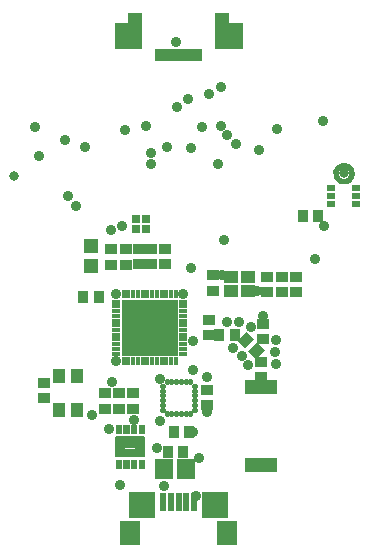
<source format=gts>
G75*
%MOIN*%
%OFA0B0*%
%FSLAX25Y25*%
%IPPOS*%
%LPD*%
%AMOC8*
5,1,8,0,0,1.08239X$1,22.5*
%
%ADD10R,0.03556X0.04343*%
%ADD11R,0.04343X0.03556*%
%ADD12R,0.02769X0.01587*%
%ADD13R,0.01587X0.02769*%
%ADD14R,0.18910X0.18910*%
%ADD15R,0.05131X0.04737*%
%ADD16R,0.05918X0.06706*%
%ADD17C,0.00710*%
%ADD18C,0.00198*%
%ADD19R,0.04343X0.04737*%
%ADD20R,0.10800X0.04800*%
%ADD21R,0.02572X0.02572*%
%ADD22R,0.04540X0.04146*%
%ADD23R,0.09068X0.08674*%
%ADD24R,0.07099X0.08280*%
%ADD25R,0.02375X0.06115*%
%ADD26C,0.01587*%
%ADD27R,0.01981X0.03950*%
%ADD28R,0.04528X0.08661*%
%ADD29R,0.05118X0.12008*%
%ADD30C,0.03162*%
%ADD31R,0.03162X0.02375*%
%ADD32C,0.01772*%
%ADD33R,0.01194X0.01194*%
%ADD34C,0.02781*%
%ADD35C,0.03581*%
%ADD36C,0.02780*%
%ADD37C,0.03580*%
D10*
X0088541Y0071550D03*
X0093659Y0071550D03*
G36*
X0101233Y0069220D02*
X0103748Y0066705D01*
X0100679Y0063636D01*
X0098164Y0066151D01*
X0101233Y0069220D01*
G37*
G36*
X0097614Y0072839D02*
X0100129Y0070324D01*
X0097060Y0067255D01*
X0094545Y0069770D01*
X0097614Y0072839D01*
G37*
X0043241Y0084350D03*
X0048359Y0084350D03*
X0078559Y0039333D03*
X0073441Y0039333D03*
X0076559Y0032750D03*
X0071441Y0032750D03*
X0121559Y0111500D03*
X0116441Y0111500D03*
D11*
X0085000Y0076709D03*
X0085000Y0071591D03*
X0109400Y0091009D03*
X0109400Y0085891D03*
X0114300Y0091009D03*
X0114300Y0085891D03*
X0104400Y0085891D03*
X0104400Y0091009D03*
X0086400Y0091609D03*
X0086400Y0086491D03*
X0057350Y0100259D03*
X0057350Y0095141D03*
X0052550Y0100259D03*
X0052550Y0095141D03*
X0059700Y0052209D03*
X0059700Y0047091D03*
X0050600Y0052209D03*
X0050600Y0047091D03*
X0055100Y0052209D03*
X0055100Y0047091D03*
X0030000Y0050691D03*
X0030000Y0055809D03*
X0070550Y0095191D03*
X0070550Y0100309D03*
X0061650Y0095191D03*
X0061650Y0100309D03*
X0065950Y0095241D03*
X0065950Y0100359D03*
X0102500Y0062809D03*
X0102500Y0057691D03*
X0103100Y0075309D03*
X0103100Y0070191D03*
X0084500Y0053309D03*
X0084500Y0048191D03*
D12*
X0054180Y0082811D03*
X0054180Y0081237D03*
X0054180Y0079662D03*
X0054180Y0078087D03*
X0054180Y0076512D03*
X0054180Y0074937D03*
X0054180Y0073363D03*
X0054180Y0071788D03*
X0054180Y0070213D03*
X0054180Y0068638D03*
X0054180Y0067063D03*
X0054180Y0065489D03*
X0076620Y0065489D03*
X0076620Y0067063D03*
X0076620Y0068638D03*
X0076620Y0070213D03*
X0076620Y0071788D03*
X0076620Y0073363D03*
X0076620Y0074937D03*
X0076620Y0076512D03*
X0076620Y0078087D03*
X0076620Y0079662D03*
X0076620Y0081237D03*
X0076620Y0082811D03*
D13*
X0056739Y0062930D03*
X0058313Y0062930D03*
X0059888Y0062930D03*
X0061463Y0062930D03*
X0063038Y0062930D03*
X0064613Y0062930D03*
X0066187Y0062930D03*
X0067762Y0062930D03*
X0069337Y0062930D03*
X0070912Y0062930D03*
X0072487Y0062930D03*
X0074061Y0062930D03*
X0074061Y0085370D03*
X0072487Y0085370D03*
X0070912Y0085370D03*
X0069337Y0085370D03*
X0067762Y0085370D03*
X0066187Y0085370D03*
X0064613Y0085370D03*
X0063038Y0085370D03*
X0061463Y0085370D03*
X0059888Y0085370D03*
X0058313Y0085370D03*
X0056739Y0085370D03*
D14*
X0065400Y0074150D03*
D15*
X0045850Y0094654D03*
X0045850Y0101346D03*
D16*
X0077640Y0027050D03*
X0070160Y0027050D03*
D17*
X0063569Y0037744D02*
X0063569Y0031356D01*
X0054031Y0031356D01*
X0054031Y0037744D01*
X0063569Y0037744D01*
X0063569Y0032065D02*
X0054031Y0032065D01*
X0054031Y0032774D02*
X0063569Y0032774D01*
X0063569Y0033483D02*
X0054031Y0033483D01*
X0054031Y0034192D02*
X0063569Y0034192D01*
X0063569Y0034901D02*
X0054031Y0034901D01*
X0054031Y0035610D02*
X0063569Y0035610D01*
X0063569Y0036319D02*
X0054031Y0036319D01*
X0054031Y0037028D02*
X0063569Y0037028D01*
X0063569Y0037737D02*
X0054031Y0037737D01*
D18*
X0055852Y0029929D02*
X0055852Y0027359D01*
X0054070Y0027359D01*
X0054070Y0029929D01*
X0055852Y0029929D01*
X0055852Y0027556D02*
X0054070Y0027556D01*
X0054070Y0027753D02*
X0055852Y0027753D01*
X0055852Y0027950D02*
X0054070Y0027950D01*
X0054070Y0028147D02*
X0055852Y0028147D01*
X0055852Y0028344D02*
X0054070Y0028344D01*
X0054070Y0028541D02*
X0055852Y0028541D01*
X0055852Y0028738D02*
X0054070Y0028738D01*
X0054070Y0028935D02*
X0055852Y0028935D01*
X0055852Y0029132D02*
X0054070Y0029132D01*
X0054070Y0029329D02*
X0055852Y0029329D01*
X0055852Y0029526D02*
X0054070Y0029526D01*
X0054070Y0029723D02*
X0055852Y0029723D01*
X0055852Y0029920D02*
X0054070Y0029920D01*
X0058411Y0029929D02*
X0058411Y0027359D01*
X0056629Y0027359D01*
X0056629Y0029929D01*
X0058411Y0029929D01*
X0058411Y0027556D02*
X0056629Y0027556D01*
X0056629Y0027753D02*
X0058411Y0027753D01*
X0058411Y0027950D02*
X0056629Y0027950D01*
X0056629Y0028147D02*
X0058411Y0028147D01*
X0058411Y0028344D02*
X0056629Y0028344D01*
X0056629Y0028541D02*
X0058411Y0028541D01*
X0058411Y0028738D02*
X0056629Y0028738D01*
X0056629Y0028935D02*
X0058411Y0028935D01*
X0058411Y0029132D02*
X0056629Y0029132D01*
X0056629Y0029329D02*
X0058411Y0029329D01*
X0058411Y0029526D02*
X0056629Y0029526D01*
X0056629Y0029723D02*
X0058411Y0029723D01*
X0058411Y0029920D02*
X0056629Y0029920D01*
X0060971Y0029929D02*
X0060971Y0027359D01*
X0059189Y0027359D01*
X0059189Y0029929D01*
X0060971Y0029929D01*
X0060971Y0027556D02*
X0059189Y0027556D01*
X0059189Y0027753D02*
X0060971Y0027753D01*
X0060971Y0027950D02*
X0059189Y0027950D01*
X0059189Y0028147D02*
X0060971Y0028147D01*
X0060971Y0028344D02*
X0059189Y0028344D01*
X0059189Y0028541D02*
X0060971Y0028541D01*
X0060971Y0028738D02*
X0059189Y0028738D01*
X0059189Y0028935D02*
X0060971Y0028935D01*
X0060971Y0029132D02*
X0059189Y0029132D01*
X0059189Y0029329D02*
X0060971Y0029329D01*
X0060971Y0029526D02*
X0059189Y0029526D01*
X0059189Y0029723D02*
X0060971Y0029723D01*
X0060971Y0029920D02*
X0059189Y0029920D01*
X0063530Y0029929D02*
X0063530Y0027359D01*
X0061748Y0027359D01*
X0061748Y0029929D01*
X0063530Y0029929D01*
X0063530Y0027556D02*
X0061748Y0027556D01*
X0061748Y0027753D02*
X0063530Y0027753D01*
X0063530Y0027950D02*
X0061748Y0027950D01*
X0061748Y0028147D02*
X0063530Y0028147D01*
X0063530Y0028344D02*
X0061748Y0028344D01*
X0061748Y0028541D02*
X0063530Y0028541D01*
X0063530Y0028738D02*
X0061748Y0028738D01*
X0061748Y0028935D02*
X0063530Y0028935D01*
X0063530Y0029132D02*
X0061748Y0029132D01*
X0061748Y0029329D02*
X0063530Y0029329D01*
X0063530Y0029526D02*
X0061748Y0029526D01*
X0061748Y0029723D02*
X0063530Y0029723D01*
X0063530Y0029920D02*
X0061748Y0029920D01*
X0063530Y0041741D02*
X0063530Y0039171D01*
X0061748Y0039171D01*
X0061748Y0041741D01*
X0063530Y0041741D01*
X0063530Y0039368D02*
X0061748Y0039368D01*
X0061748Y0039565D02*
X0063530Y0039565D01*
X0063530Y0039762D02*
X0061748Y0039762D01*
X0061748Y0039959D02*
X0063530Y0039959D01*
X0063530Y0040156D02*
X0061748Y0040156D01*
X0061748Y0040353D02*
X0063530Y0040353D01*
X0063530Y0040550D02*
X0061748Y0040550D01*
X0061748Y0040747D02*
X0063530Y0040747D01*
X0063530Y0040944D02*
X0061748Y0040944D01*
X0061748Y0041141D02*
X0063530Y0041141D01*
X0063530Y0041338D02*
X0061748Y0041338D01*
X0061748Y0041535D02*
X0063530Y0041535D01*
X0063530Y0041732D02*
X0061748Y0041732D01*
X0060971Y0041741D02*
X0060971Y0039171D01*
X0059189Y0039171D01*
X0059189Y0041741D01*
X0060971Y0041741D01*
X0060971Y0039368D02*
X0059189Y0039368D01*
X0059189Y0039565D02*
X0060971Y0039565D01*
X0060971Y0039762D02*
X0059189Y0039762D01*
X0059189Y0039959D02*
X0060971Y0039959D01*
X0060971Y0040156D02*
X0059189Y0040156D01*
X0059189Y0040353D02*
X0060971Y0040353D01*
X0060971Y0040550D02*
X0059189Y0040550D01*
X0059189Y0040747D02*
X0060971Y0040747D01*
X0060971Y0040944D02*
X0059189Y0040944D01*
X0059189Y0041141D02*
X0060971Y0041141D01*
X0060971Y0041338D02*
X0059189Y0041338D01*
X0059189Y0041535D02*
X0060971Y0041535D01*
X0060971Y0041732D02*
X0059189Y0041732D01*
X0058411Y0041741D02*
X0058411Y0039171D01*
X0056629Y0039171D01*
X0056629Y0041741D01*
X0058411Y0041741D01*
X0058411Y0039368D02*
X0056629Y0039368D01*
X0056629Y0039565D02*
X0058411Y0039565D01*
X0058411Y0039762D02*
X0056629Y0039762D01*
X0056629Y0039959D02*
X0058411Y0039959D01*
X0058411Y0040156D02*
X0056629Y0040156D01*
X0056629Y0040353D02*
X0058411Y0040353D01*
X0058411Y0040550D02*
X0056629Y0040550D01*
X0056629Y0040747D02*
X0058411Y0040747D01*
X0058411Y0040944D02*
X0056629Y0040944D01*
X0056629Y0041141D02*
X0058411Y0041141D01*
X0058411Y0041338D02*
X0056629Y0041338D01*
X0056629Y0041535D02*
X0058411Y0041535D01*
X0058411Y0041732D02*
X0056629Y0041732D01*
X0055852Y0041741D02*
X0055852Y0039171D01*
X0054070Y0039171D01*
X0054070Y0041741D01*
X0055852Y0041741D01*
X0055852Y0039368D02*
X0054070Y0039368D01*
X0054070Y0039565D02*
X0055852Y0039565D01*
X0055852Y0039762D02*
X0054070Y0039762D01*
X0054070Y0039959D02*
X0055852Y0039959D01*
X0055852Y0040156D02*
X0054070Y0040156D01*
X0054070Y0040353D02*
X0055852Y0040353D01*
X0055852Y0040550D02*
X0054070Y0040550D01*
X0054070Y0040747D02*
X0055852Y0040747D01*
X0055852Y0040944D02*
X0054070Y0040944D01*
X0054070Y0041141D02*
X0055852Y0041141D01*
X0055852Y0041338D02*
X0054070Y0041338D01*
X0054070Y0041535D02*
X0055852Y0041535D01*
X0055852Y0041732D02*
X0054070Y0041732D01*
D19*
X0035147Y0046641D03*
X0041053Y0046641D03*
X0041053Y0058059D03*
X0035147Y0058059D03*
D20*
X0102500Y0054250D03*
X0102500Y0028250D03*
D21*
X0060827Y0110223D03*
X0064173Y0110223D03*
X0064173Y0106877D03*
X0060827Y0106877D03*
D22*
X0092346Y0086486D03*
X0098054Y0086486D03*
X0098054Y0091014D03*
X0092346Y0091014D03*
D23*
X0062795Y0014852D03*
X0087205Y0014852D03*
D24*
X0058858Y0005600D03*
X0091142Y0005600D03*
D25*
X0069882Y0016131D03*
X0072441Y0016131D03*
X0075000Y0016131D03*
X0077559Y0016131D03*
X0080118Y0016131D03*
D26*
X0069882Y0054687D02*
X0069882Y0054687D01*
X0069488Y0054687D01*
X0069488Y0054687D01*
X0069882Y0054687D01*
X0069882Y0053112D02*
X0069882Y0053112D01*
X0069488Y0053112D01*
X0069488Y0053112D01*
X0069882Y0053112D01*
X0069882Y0051537D02*
X0069882Y0051537D01*
X0069488Y0051537D01*
X0069488Y0051537D01*
X0069882Y0051537D01*
X0069882Y0049963D02*
X0069882Y0049963D01*
X0069488Y0049963D01*
X0069488Y0049963D01*
X0069882Y0049963D01*
X0069882Y0048388D02*
X0069882Y0048388D01*
X0069488Y0048388D01*
X0069488Y0048388D01*
X0069882Y0048388D01*
X0069882Y0046813D02*
X0069882Y0046813D01*
X0069488Y0046813D01*
X0069488Y0046813D01*
X0069882Y0046813D01*
X0071063Y0045238D02*
X0071063Y0045238D01*
X0071063Y0045632D01*
X0071063Y0045632D01*
X0071063Y0045238D01*
X0072638Y0045238D02*
X0072638Y0045238D01*
X0072638Y0045632D01*
X0072638Y0045632D01*
X0072638Y0045238D01*
X0074213Y0045238D02*
X0074213Y0045238D01*
X0074213Y0045632D01*
X0074213Y0045632D01*
X0074213Y0045238D01*
X0075787Y0045238D02*
X0075787Y0045238D01*
X0075787Y0045632D01*
X0075787Y0045632D01*
X0075787Y0045238D01*
X0077362Y0045238D02*
X0077362Y0045238D01*
X0077362Y0045632D01*
X0077362Y0045632D01*
X0077362Y0045238D01*
X0078937Y0045238D02*
X0078937Y0045238D01*
X0078937Y0045632D01*
X0078937Y0045632D01*
X0078937Y0045238D01*
X0080512Y0046813D02*
X0080512Y0046813D01*
X0080118Y0046813D01*
X0080118Y0046813D01*
X0080512Y0046813D01*
X0080512Y0048388D02*
X0080512Y0048388D01*
X0080118Y0048388D01*
X0080118Y0048388D01*
X0080512Y0048388D01*
X0080512Y0049963D02*
X0080512Y0049963D01*
X0080118Y0049963D01*
X0080118Y0049963D01*
X0080512Y0049963D01*
X0080512Y0051537D02*
X0080512Y0051537D01*
X0080118Y0051537D01*
X0080118Y0051537D01*
X0080512Y0051537D01*
X0080512Y0053112D02*
X0080512Y0053112D01*
X0080118Y0053112D01*
X0080118Y0053112D01*
X0080512Y0053112D01*
X0080512Y0054687D02*
X0080512Y0054687D01*
X0080118Y0054687D01*
X0080118Y0054687D01*
X0080512Y0054687D01*
X0078937Y0056262D02*
X0078937Y0056262D01*
X0078937Y0055868D01*
X0078937Y0055868D01*
X0078937Y0056262D01*
X0077362Y0055868D02*
X0077362Y0055868D01*
X0077362Y0056262D01*
X0077362Y0056262D01*
X0077362Y0055868D01*
X0075787Y0055868D02*
X0075787Y0055868D01*
X0075787Y0056262D01*
X0075787Y0056262D01*
X0075787Y0055868D01*
X0074213Y0055868D02*
X0074213Y0055868D01*
X0074213Y0056262D01*
X0074213Y0056262D01*
X0074213Y0055868D01*
X0072638Y0055868D02*
X0072638Y0055868D01*
X0072638Y0056262D01*
X0072638Y0056262D01*
X0072638Y0055868D01*
X0071063Y0055868D02*
X0071063Y0055868D01*
X0071063Y0056262D01*
X0071063Y0056262D01*
X0071063Y0055868D01*
D27*
X0081890Y0165157D03*
X0079921Y0165157D03*
X0077953Y0165157D03*
X0075984Y0165157D03*
X0074016Y0165157D03*
X0072047Y0165157D03*
X0070079Y0165157D03*
X0068110Y0165157D03*
D28*
X0056004Y0171457D03*
X0093996Y0171457D03*
D29*
X0060630Y0173130D03*
X0089370Y0173130D03*
D30*
X0020000Y0124579D03*
X0130000Y0125579D03*
D31*
X0125768Y0120559D03*
X0125768Y0118000D03*
X0125768Y0115441D03*
X0134232Y0115441D03*
X0134232Y0118000D03*
X0134232Y0120559D03*
D32*
X0127343Y0125579D02*
X0127345Y0125682D01*
X0127351Y0125785D01*
X0127361Y0125887D01*
X0127375Y0125990D01*
X0127393Y0126091D01*
X0127415Y0126192D01*
X0127440Y0126292D01*
X0127470Y0126390D01*
X0127503Y0126488D01*
X0127540Y0126584D01*
X0127581Y0126678D01*
X0127626Y0126771D01*
X0127674Y0126863D01*
X0127725Y0126952D01*
X0127780Y0127039D01*
X0127838Y0127124D01*
X0127900Y0127207D01*
X0127965Y0127287D01*
X0128032Y0127365D01*
X0128103Y0127439D01*
X0128177Y0127512D01*
X0128253Y0127581D01*
X0128332Y0127647D01*
X0128413Y0127710D01*
X0128497Y0127770D01*
X0128583Y0127827D01*
X0128671Y0127880D01*
X0128762Y0127930D01*
X0128854Y0127976D01*
X0128948Y0128019D01*
X0129043Y0128058D01*
X0129140Y0128093D01*
X0129238Y0128124D01*
X0129337Y0128152D01*
X0129438Y0128176D01*
X0129539Y0128196D01*
X0129640Y0128212D01*
X0129743Y0128224D01*
X0129846Y0128232D01*
X0129948Y0128236D01*
X0130052Y0128236D01*
X0130154Y0128232D01*
X0130257Y0128224D01*
X0130360Y0128212D01*
X0130461Y0128196D01*
X0130562Y0128176D01*
X0130663Y0128152D01*
X0130762Y0128124D01*
X0130860Y0128093D01*
X0130957Y0128058D01*
X0131052Y0128019D01*
X0131146Y0127976D01*
X0131238Y0127930D01*
X0131328Y0127880D01*
X0131417Y0127827D01*
X0131503Y0127770D01*
X0131587Y0127710D01*
X0131668Y0127647D01*
X0131747Y0127581D01*
X0131823Y0127512D01*
X0131897Y0127439D01*
X0131968Y0127365D01*
X0132035Y0127287D01*
X0132100Y0127207D01*
X0132162Y0127124D01*
X0132220Y0127039D01*
X0132275Y0126952D01*
X0132326Y0126863D01*
X0132374Y0126771D01*
X0132419Y0126678D01*
X0132460Y0126584D01*
X0132497Y0126488D01*
X0132530Y0126390D01*
X0132560Y0126292D01*
X0132585Y0126192D01*
X0132607Y0126091D01*
X0132625Y0125990D01*
X0132639Y0125887D01*
X0132649Y0125785D01*
X0132655Y0125682D01*
X0132657Y0125579D01*
X0132655Y0125476D01*
X0132649Y0125373D01*
X0132639Y0125271D01*
X0132625Y0125168D01*
X0132607Y0125067D01*
X0132585Y0124966D01*
X0132560Y0124866D01*
X0132530Y0124768D01*
X0132497Y0124670D01*
X0132460Y0124574D01*
X0132419Y0124480D01*
X0132374Y0124387D01*
X0132326Y0124295D01*
X0132275Y0124206D01*
X0132220Y0124119D01*
X0132162Y0124034D01*
X0132100Y0123951D01*
X0132035Y0123871D01*
X0131968Y0123793D01*
X0131897Y0123719D01*
X0131823Y0123646D01*
X0131747Y0123577D01*
X0131668Y0123511D01*
X0131587Y0123448D01*
X0131503Y0123388D01*
X0131417Y0123331D01*
X0131329Y0123278D01*
X0131238Y0123228D01*
X0131146Y0123182D01*
X0131052Y0123139D01*
X0130957Y0123100D01*
X0130860Y0123065D01*
X0130762Y0123034D01*
X0130663Y0123006D01*
X0130562Y0122982D01*
X0130461Y0122962D01*
X0130360Y0122946D01*
X0130257Y0122934D01*
X0130154Y0122926D01*
X0130052Y0122922D01*
X0129948Y0122922D01*
X0129846Y0122926D01*
X0129743Y0122934D01*
X0129640Y0122946D01*
X0129539Y0122962D01*
X0129438Y0122982D01*
X0129337Y0123006D01*
X0129238Y0123034D01*
X0129140Y0123065D01*
X0129043Y0123100D01*
X0128948Y0123139D01*
X0128854Y0123182D01*
X0128762Y0123228D01*
X0128672Y0123278D01*
X0128583Y0123331D01*
X0128497Y0123388D01*
X0128413Y0123448D01*
X0128332Y0123511D01*
X0128253Y0123577D01*
X0128177Y0123646D01*
X0128103Y0123719D01*
X0128032Y0123793D01*
X0127965Y0123871D01*
X0127900Y0123951D01*
X0127838Y0124034D01*
X0127780Y0124119D01*
X0127725Y0124206D01*
X0127674Y0124295D01*
X0127626Y0124387D01*
X0127581Y0124480D01*
X0127540Y0124574D01*
X0127503Y0124670D01*
X0127470Y0124768D01*
X0127440Y0124866D01*
X0127415Y0124966D01*
X0127393Y0125067D01*
X0127375Y0125168D01*
X0127361Y0125271D01*
X0127351Y0125373D01*
X0127345Y0125476D01*
X0127343Y0125579D01*
D33*
X0130000Y0128236D03*
X0130000Y0122724D03*
X0132756Y0125480D03*
X0127244Y0125874D03*
D34*
X0052900Y0056050D03*
X0061800Y0036150D03*
X0061800Y0033050D03*
X0063000Y0076750D03*
X0068000Y0076750D03*
X0063000Y0071750D03*
X0068000Y0071750D03*
X0089400Y0091550D03*
X0101200Y0086450D03*
X0103100Y0078150D03*
X0081900Y0030650D03*
X0084500Y0057750D03*
X0079900Y0039350D03*
X0055800Y0033050D03*
X0093000Y0067250D03*
X0096000Y0064750D03*
X0098000Y0061750D03*
X0054300Y0085250D03*
X0076600Y0085250D03*
X0054000Y0062850D03*
X0051900Y0040450D03*
X0068900Y0043050D03*
X0084500Y0046050D03*
X0068700Y0057150D03*
X0067700Y0033950D03*
X0079900Y0060050D03*
X0079900Y0069750D03*
X0060100Y0043450D03*
X0046200Y0045150D03*
D35*
X0052900Y0056050D03*
X0061800Y0036150D03*
X0061800Y0033050D03*
X0063000Y0076750D03*
X0068000Y0076750D03*
X0063000Y0071750D03*
X0068000Y0071750D03*
X0089400Y0091550D03*
X0101200Y0086450D03*
X0103100Y0078150D03*
X0081900Y0030650D03*
X0084500Y0057750D03*
X0079900Y0039350D03*
X0055800Y0033050D03*
X0093000Y0067250D03*
X0096000Y0064750D03*
X0098000Y0061750D03*
X0054300Y0085250D03*
X0076600Y0085250D03*
X0054000Y0062850D03*
X0051900Y0040450D03*
X0068900Y0043050D03*
X0084500Y0046050D03*
X0068700Y0057150D03*
X0067700Y0033950D03*
X0079900Y0060050D03*
X0079900Y0069750D03*
X0060100Y0043450D03*
X0046200Y0045150D03*
D36*
X0052600Y0106550D03*
X0057250Y0140000D03*
X0082750Y0141000D03*
X0107750Y0140250D03*
X0074000Y0169500D03*
X0043800Y0134300D03*
X0101900Y0133200D03*
X0055600Y0021800D03*
X0079000Y0134000D03*
X0091000Y0076000D03*
X0095000Y0076000D03*
X0099000Y0074500D03*
X0107500Y0070000D03*
X0107000Y0066000D03*
X0107500Y0062000D03*
X0028500Y0131500D03*
X0123500Y0108000D03*
X0089000Y0141500D03*
X0064000Y0141500D03*
X0056000Y0108000D03*
X0123000Y0143000D03*
X0027000Y0141000D03*
X0080750Y0018000D03*
X0070250Y0021500D03*
X0037000Y0136600D03*
X0094000Y0135500D03*
X0071000Y0134500D03*
X0074600Y0147700D03*
X0065800Y0128700D03*
X0040700Y0114700D03*
X0089000Y0154500D03*
X0085000Y0152000D03*
X0078000Y0150500D03*
X0091100Y0138400D03*
X0038000Y0117900D03*
X0065700Y0132500D03*
X0088300Y0128800D03*
X0090000Y0103500D03*
X0079250Y0094000D03*
X0120500Y0097000D03*
D37*
X0052600Y0106550D03*
X0057250Y0140000D03*
X0082750Y0141000D03*
X0107750Y0140250D03*
X0074000Y0169500D03*
X0043800Y0134300D03*
X0101900Y0133200D03*
X0055600Y0021800D03*
X0079000Y0134000D03*
X0091000Y0076000D03*
X0095000Y0076000D03*
X0099000Y0074500D03*
X0107500Y0070000D03*
X0107000Y0066000D03*
X0107500Y0062000D03*
X0028500Y0131500D03*
X0123500Y0108000D03*
X0089000Y0141500D03*
X0064000Y0141500D03*
X0056000Y0108000D03*
X0123000Y0143000D03*
X0027000Y0141000D03*
X0080750Y0018000D03*
X0070250Y0021500D03*
X0037000Y0136600D03*
X0094000Y0135500D03*
X0071000Y0134500D03*
X0074600Y0147700D03*
X0065800Y0128700D03*
X0040700Y0114700D03*
X0089000Y0154500D03*
X0085000Y0152000D03*
X0078000Y0150500D03*
X0091100Y0138400D03*
X0038000Y0117900D03*
X0065700Y0132500D03*
X0088300Y0128800D03*
X0090000Y0103500D03*
X0079250Y0094000D03*
X0120500Y0097000D03*
M02*

</source>
